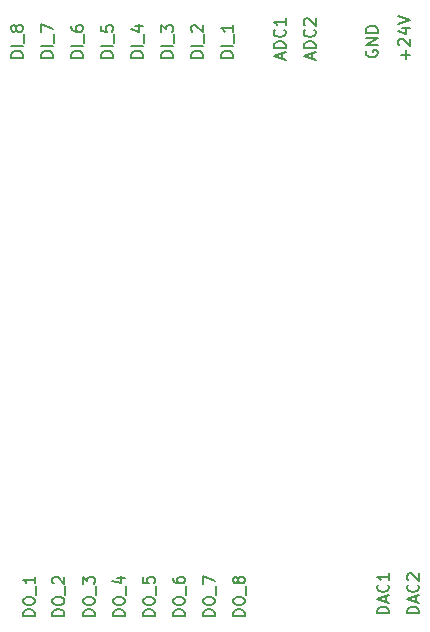
<source format=gbr>
%TF.GenerationSoftware,KiCad,Pcbnew,(6.0.6)*%
%TF.CreationDate,2022-10-17T00:56:45+02:00*%
%TF.ProjectId,Cobot,436f626f-742e-46b6-9963-61645f706362,rev?*%
%TF.SameCoordinates,Original*%
%TF.FileFunction,Other,ECO2*%
%FSLAX46Y46*%
G04 Gerber Fmt 4.6, Leading zero omitted, Abs format (unit mm)*
G04 Created by KiCad (PCBNEW (6.0.6)) date 2022-10-17 00:56:45*
%MOMM*%
%LPD*%
G01*
G04 APERTURE LIST*
%ADD10C,0.150000*%
G04 APERTURE END LIST*
D10*
X80502380Y-125357142D02*
X79502380Y-125357142D01*
X79502380Y-125119047D01*
X79550000Y-124976190D01*
X79645238Y-124880952D01*
X79740476Y-124833333D01*
X79930952Y-124785714D01*
X80073809Y-124785714D01*
X80264285Y-124833333D01*
X80359523Y-124880952D01*
X80454761Y-124976190D01*
X80502380Y-125119047D01*
X80502380Y-125357142D01*
X80502380Y-124357142D02*
X79502380Y-124357142D01*
X80597619Y-124119047D02*
X80597619Y-123357142D01*
X79502380Y-122690476D02*
X79502380Y-122880952D01*
X79550000Y-122976190D01*
X79597619Y-123023809D01*
X79740476Y-123119047D01*
X79930952Y-123166666D01*
X80311904Y-123166666D01*
X80407142Y-123119047D01*
X80454761Y-123071428D01*
X80502380Y-122976190D01*
X80502380Y-122785714D01*
X80454761Y-122690476D01*
X80407142Y-122642857D01*
X80311904Y-122595238D01*
X80073809Y-122595238D01*
X79978571Y-122642857D01*
X79930952Y-122690476D01*
X79883333Y-122785714D01*
X79883333Y-122976190D01*
X79930952Y-123071428D01*
X79978571Y-123119047D01*
X80073809Y-123166666D01*
X90662380Y-125357142D02*
X89662380Y-125357142D01*
X89662380Y-125119047D01*
X89710000Y-124976190D01*
X89805238Y-124880952D01*
X89900476Y-124833333D01*
X90090952Y-124785714D01*
X90233809Y-124785714D01*
X90424285Y-124833333D01*
X90519523Y-124880952D01*
X90614761Y-124976190D01*
X90662380Y-125119047D01*
X90662380Y-125357142D01*
X90662380Y-124357142D02*
X89662380Y-124357142D01*
X90757619Y-124119047D02*
X90757619Y-123357142D01*
X89757619Y-123166666D02*
X89710000Y-123119047D01*
X89662380Y-123023809D01*
X89662380Y-122785714D01*
X89710000Y-122690476D01*
X89757619Y-122642857D01*
X89852857Y-122595238D01*
X89948095Y-122595238D01*
X90090952Y-122642857D01*
X90662380Y-123214285D01*
X90662380Y-122595238D01*
X99916666Y-125464285D02*
X99916666Y-124988095D01*
X100202380Y-125559523D02*
X99202380Y-125226190D01*
X100202380Y-124892857D01*
X100202380Y-124559523D02*
X99202380Y-124559523D01*
X99202380Y-124321428D01*
X99250000Y-124178571D01*
X99345238Y-124083333D01*
X99440476Y-124035714D01*
X99630952Y-123988095D01*
X99773809Y-123988095D01*
X99964285Y-124035714D01*
X100059523Y-124083333D01*
X100154761Y-124178571D01*
X100202380Y-124321428D01*
X100202380Y-124559523D01*
X100107142Y-122988095D02*
X100154761Y-123035714D01*
X100202380Y-123178571D01*
X100202380Y-123273809D01*
X100154761Y-123416666D01*
X100059523Y-123511904D01*
X99964285Y-123559523D01*
X99773809Y-123607142D01*
X99630952Y-123607142D01*
X99440476Y-123559523D01*
X99345238Y-123511904D01*
X99250000Y-123416666D01*
X99202380Y-123273809D01*
X99202380Y-123178571D01*
X99250000Y-123035714D01*
X99297619Y-122988095D01*
X99297619Y-122607142D02*
X99250000Y-122559523D01*
X99202380Y-122464285D01*
X99202380Y-122226190D01*
X99250000Y-122130952D01*
X99297619Y-122083333D01*
X99392857Y-122035714D01*
X99488095Y-122035714D01*
X99630952Y-122083333D01*
X100202380Y-122654761D01*
X100202380Y-122035714D01*
X89122380Y-172642857D02*
X88122380Y-172642857D01*
X88122380Y-172404761D01*
X88170000Y-172261904D01*
X88265238Y-172166666D01*
X88360476Y-172119047D01*
X88550952Y-172071428D01*
X88693809Y-172071428D01*
X88884285Y-172119047D01*
X88979523Y-172166666D01*
X89074761Y-172261904D01*
X89122380Y-172404761D01*
X89122380Y-172642857D01*
X88122380Y-171452380D02*
X88122380Y-171261904D01*
X88170000Y-171166666D01*
X88265238Y-171071428D01*
X88455714Y-171023809D01*
X88789047Y-171023809D01*
X88979523Y-171071428D01*
X89074761Y-171166666D01*
X89122380Y-171261904D01*
X89122380Y-171452380D01*
X89074761Y-171547619D01*
X88979523Y-171642857D01*
X88789047Y-171690476D01*
X88455714Y-171690476D01*
X88265238Y-171642857D01*
X88170000Y-171547619D01*
X88122380Y-171452380D01*
X89217619Y-170833333D02*
X89217619Y-170071428D01*
X88122380Y-169404761D02*
X88122380Y-169595238D01*
X88170000Y-169690476D01*
X88217619Y-169738095D01*
X88360476Y-169833333D01*
X88550952Y-169880952D01*
X88931904Y-169880952D01*
X89027142Y-169833333D01*
X89074761Y-169785714D01*
X89122380Y-169690476D01*
X89122380Y-169500000D01*
X89074761Y-169404761D01*
X89027142Y-169357142D01*
X88931904Y-169309523D01*
X88693809Y-169309523D01*
X88598571Y-169357142D01*
X88550952Y-169404761D01*
X88503333Y-169500000D01*
X88503333Y-169690476D01*
X88550952Y-169785714D01*
X88598571Y-169833333D01*
X88693809Y-169880952D01*
X84042380Y-172642857D02*
X83042380Y-172642857D01*
X83042380Y-172404761D01*
X83090000Y-172261904D01*
X83185238Y-172166666D01*
X83280476Y-172119047D01*
X83470952Y-172071428D01*
X83613809Y-172071428D01*
X83804285Y-172119047D01*
X83899523Y-172166666D01*
X83994761Y-172261904D01*
X84042380Y-172404761D01*
X84042380Y-172642857D01*
X83042380Y-171452380D02*
X83042380Y-171261904D01*
X83090000Y-171166666D01*
X83185238Y-171071428D01*
X83375714Y-171023809D01*
X83709047Y-171023809D01*
X83899523Y-171071428D01*
X83994761Y-171166666D01*
X84042380Y-171261904D01*
X84042380Y-171452380D01*
X83994761Y-171547619D01*
X83899523Y-171642857D01*
X83709047Y-171690476D01*
X83375714Y-171690476D01*
X83185238Y-171642857D01*
X83090000Y-171547619D01*
X83042380Y-171452380D01*
X84137619Y-170833333D02*
X84137619Y-170071428D01*
X83375714Y-169404761D02*
X84042380Y-169404761D01*
X82994761Y-169642857D02*
X83709047Y-169880952D01*
X83709047Y-169261904D01*
X77962380Y-125357142D02*
X76962380Y-125357142D01*
X76962380Y-125119047D01*
X77010000Y-124976190D01*
X77105238Y-124880952D01*
X77200476Y-124833333D01*
X77390952Y-124785714D01*
X77533809Y-124785714D01*
X77724285Y-124833333D01*
X77819523Y-124880952D01*
X77914761Y-124976190D01*
X77962380Y-125119047D01*
X77962380Y-125357142D01*
X77962380Y-124357142D02*
X76962380Y-124357142D01*
X78057619Y-124119047D02*
X78057619Y-123357142D01*
X76962380Y-123214285D02*
X76962380Y-122547619D01*
X77962380Y-122976190D01*
X86582380Y-172642857D02*
X85582380Y-172642857D01*
X85582380Y-172404761D01*
X85630000Y-172261904D01*
X85725238Y-172166666D01*
X85820476Y-172119047D01*
X86010952Y-172071428D01*
X86153809Y-172071428D01*
X86344285Y-172119047D01*
X86439523Y-172166666D01*
X86534761Y-172261904D01*
X86582380Y-172404761D01*
X86582380Y-172642857D01*
X85582380Y-171452380D02*
X85582380Y-171261904D01*
X85630000Y-171166666D01*
X85725238Y-171071428D01*
X85915714Y-171023809D01*
X86249047Y-171023809D01*
X86439523Y-171071428D01*
X86534761Y-171166666D01*
X86582380Y-171261904D01*
X86582380Y-171452380D01*
X86534761Y-171547619D01*
X86439523Y-171642857D01*
X86249047Y-171690476D01*
X85915714Y-171690476D01*
X85725238Y-171642857D01*
X85630000Y-171547619D01*
X85582380Y-171452380D01*
X86677619Y-170833333D02*
X86677619Y-170071428D01*
X85582380Y-169357142D02*
X85582380Y-169833333D01*
X86058571Y-169880952D01*
X86010952Y-169833333D01*
X85963333Y-169738095D01*
X85963333Y-169500000D01*
X86010952Y-169404761D01*
X86058571Y-169357142D01*
X86153809Y-169309523D01*
X86391904Y-169309523D01*
X86487142Y-169357142D01*
X86534761Y-169404761D01*
X86582380Y-169500000D01*
X86582380Y-169738095D01*
X86534761Y-169833333D01*
X86487142Y-169880952D01*
X85582380Y-125357142D02*
X84582380Y-125357142D01*
X84582380Y-125119047D01*
X84630000Y-124976190D01*
X84725238Y-124880952D01*
X84820476Y-124833333D01*
X85010952Y-124785714D01*
X85153809Y-124785714D01*
X85344285Y-124833333D01*
X85439523Y-124880952D01*
X85534761Y-124976190D01*
X85582380Y-125119047D01*
X85582380Y-125357142D01*
X85582380Y-124357142D02*
X84582380Y-124357142D01*
X85677619Y-124119047D02*
X85677619Y-123357142D01*
X84915714Y-122690476D02*
X85582380Y-122690476D01*
X84534761Y-122928571D02*
X85249047Y-123166666D01*
X85249047Y-122547619D01*
X104500000Y-124761904D02*
X104452380Y-124857142D01*
X104452380Y-125000000D01*
X104500000Y-125142857D01*
X104595238Y-125238095D01*
X104690476Y-125285714D01*
X104880952Y-125333333D01*
X105023809Y-125333333D01*
X105214285Y-125285714D01*
X105309523Y-125238095D01*
X105404761Y-125142857D01*
X105452380Y-125000000D01*
X105452380Y-124904761D01*
X105404761Y-124761904D01*
X105357142Y-124714285D01*
X105023809Y-124714285D01*
X105023809Y-124904761D01*
X105452380Y-124285714D02*
X104452380Y-124285714D01*
X105452380Y-123714285D01*
X104452380Y-123714285D01*
X105452380Y-123238095D02*
X104452380Y-123238095D01*
X104452380Y-123000000D01*
X104500000Y-122857142D01*
X104595238Y-122761904D01*
X104690476Y-122714285D01*
X104880952Y-122666666D01*
X105023809Y-122666666D01*
X105214285Y-122714285D01*
X105309523Y-122761904D01*
X105404761Y-122857142D01*
X105452380Y-123000000D01*
X105452380Y-123238095D01*
X91672380Y-172642857D02*
X90672380Y-172642857D01*
X90672380Y-172404761D01*
X90720000Y-172261904D01*
X90815238Y-172166666D01*
X90910476Y-172119047D01*
X91100952Y-172071428D01*
X91243809Y-172071428D01*
X91434285Y-172119047D01*
X91529523Y-172166666D01*
X91624761Y-172261904D01*
X91672380Y-172404761D01*
X91672380Y-172642857D01*
X90672380Y-171452380D02*
X90672380Y-171261904D01*
X90720000Y-171166666D01*
X90815238Y-171071428D01*
X91005714Y-171023809D01*
X91339047Y-171023809D01*
X91529523Y-171071428D01*
X91624761Y-171166666D01*
X91672380Y-171261904D01*
X91672380Y-171452380D01*
X91624761Y-171547619D01*
X91529523Y-171642857D01*
X91339047Y-171690476D01*
X91005714Y-171690476D01*
X90815238Y-171642857D01*
X90720000Y-171547619D01*
X90672380Y-171452380D01*
X91767619Y-170833333D02*
X91767619Y-170071428D01*
X90672380Y-169928571D02*
X90672380Y-169261904D01*
X91672380Y-169690476D01*
X78922380Y-172642857D02*
X77922380Y-172642857D01*
X77922380Y-172404761D01*
X77970000Y-172261904D01*
X78065238Y-172166666D01*
X78160476Y-172119047D01*
X78350952Y-172071428D01*
X78493809Y-172071428D01*
X78684285Y-172119047D01*
X78779523Y-172166666D01*
X78874761Y-172261904D01*
X78922380Y-172404761D01*
X78922380Y-172642857D01*
X77922380Y-171452380D02*
X77922380Y-171261904D01*
X77970000Y-171166666D01*
X78065238Y-171071428D01*
X78255714Y-171023809D01*
X78589047Y-171023809D01*
X78779523Y-171071428D01*
X78874761Y-171166666D01*
X78922380Y-171261904D01*
X78922380Y-171452380D01*
X78874761Y-171547619D01*
X78779523Y-171642857D01*
X78589047Y-171690476D01*
X78255714Y-171690476D01*
X78065238Y-171642857D01*
X77970000Y-171547619D01*
X77922380Y-171452380D01*
X79017619Y-170833333D02*
X79017619Y-170071428D01*
X78017619Y-169880952D02*
X77970000Y-169833333D01*
X77922380Y-169738095D01*
X77922380Y-169500000D01*
X77970000Y-169404761D01*
X78017619Y-169357142D01*
X78112857Y-169309523D01*
X78208095Y-169309523D01*
X78350952Y-169357142D01*
X78922380Y-169928571D01*
X78922380Y-169309523D01*
X83042380Y-125357142D02*
X82042380Y-125357142D01*
X82042380Y-125119047D01*
X82090000Y-124976190D01*
X82185238Y-124880952D01*
X82280476Y-124833333D01*
X82470952Y-124785714D01*
X82613809Y-124785714D01*
X82804285Y-124833333D01*
X82899523Y-124880952D01*
X82994761Y-124976190D01*
X83042380Y-125119047D01*
X83042380Y-125357142D01*
X83042380Y-124357142D02*
X82042380Y-124357142D01*
X83137619Y-124119047D02*
X83137619Y-123357142D01*
X82042380Y-122642857D02*
X82042380Y-123119047D01*
X82518571Y-123166666D01*
X82470952Y-123119047D01*
X82423333Y-123023809D01*
X82423333Y-122785714D01*
X82470952Y-122690476D01*
X82518571Y-122642857D01*
X82613809Y-122595238D01*
X82851904Y-122595238D01*
X82947142Y-122642857D01*
X82994761Y-122690476D01*
X83042380Y-122785714D01*
X83042380Y-123023809D01*
X82994761Y-123119047D01*
X82947142Y-123166666D01*
X107821428Y-125511904D02*
X107821428Y-124750000D01*
X108202380Y-125130952D02*
X107440476Y-125130952D01*
X107297619Y-124321428D02*
X107250000Y-124273809D01*
X107202380Y-124178571D01*
X107202380Y-123940476D01*
X107250000Y-123845238D01*
X107297619Y-123797619D01*
X107392857Y-123750000D01*
X107488095Y-123750000D01*
X107630952Y-123797619D01*
X108202380Y-124369047D01*
X108202380Y-123750000D01*
X107535714Y-122892857D02*
X108202380Y-122892857D01*
X107154761Y-123130952D02*
X107869047Y-123369047D01*
X107869047Y-122750000D01*
X107202380Y-122511904D02*
X108202380Y-122178571D01*
X107202380Y-121845238D01*
X81502380Y-172642857D02*
X80502380Y-172642857D01*
X80502380Y-172404761D01*
X80550000Y-172261904D01*
X80645238Y-172166666D01*
X80740476Y-172119047D01*
X80930952Y-172071428D01*
X81073809Y-172071428D01*
X81264285Y-172119047D01*
X81359523Y-172166666D01*
X81454761Y-172261904D01*
X81502380Y-172404761D01*
X81502380Y-172642857D01*
X80502380Y-171452380D02*
X80502380Y-171261904D01*
X80550000Y-171166666D01*
X80645238Y-171071428D01*
X80835714Y-171023809D01*
X81169047Y-171023809D01*
X81359523Y-171071428D01*
X81454761Y-171166666D01*
X81502380Y-171261904D01*
X81502380Y-171452380D01*
X81454761Y-171547619D01*
X81359523Y-171642857D01*
X81169047Y-171690476D01*
X80835714Y-171690476D01*
X80645238Y-171642857D01*
X80550000Y-171547619D01*
X80502380Y-171452380D01*
X81597619Y-170833333D02*
X81597619Y-170071428D01*
X80502380Y-169928571D02*
X80502380Y-169309523D01*
X80883333Y-169642857D01*
X80883333Y-169500000D01*
X80930952Y-169404761D01*
X80978571Y-169357142D01*
X81073809Y-169309523D01*
X81311904Y-169309523D01*
X81407142Y-169357142D01*
X81454761Y-169404761D01*
X81502380Y-169500000D01*
X81502380Y-169785714D01*
X81454761Y-169880952D01*
X81407142Y-169928571D01*
X108952380Y-172416666D02*
X107952380Y-172416666D01*
X107952380Y-172178571D01*
X108000000Y-172035714D01*
X108095238Y-171940476D01*
X108190476Y-171892857D01*
X108380952Y-171845238D01*
X108523809Y-171845238D01*
X108714285Y-171892857D01*
X108809523Y-171940476D01*
X108904761Y-172035714D01*
X108952380Y-172178571D01*
X108952380Y-172416666D01*
X108666666Y-171464285D02*
X108666666Y-170988095D01*
X108952380Y-171559523D02*
X107952380Y-171226190D01*
X108952380Y-170892857D01*
X108857142Y-169988095D02*
X108904761Y-170035714D01*
X108952380Y-170178571D01*
X108952380Y-170273809D01*
X108904761Y-170416666D01*
X108809523Y-170511904D01*
X108714285Y-170559523D01*
X108523809Y-170607142D01*
X108380952Y-170607142D01*
X108190476Y-170559523D01*
X108095238Y-170511904D01*
X108000000Y-170416666D01*
X107952380Y-170273809D01*
X107952380Y-170178571D01*
X108000000Y-170035714D01*
X108047619Y-169988095D01*
X108047619Y-169607142D02*
X108000000Y-169559523D01*
X107952380Y-169464285D01*
X107952380Y-169226190D01*
X108000000Y-169130952D01*
X108047619Y-169083333D01*
X108142857Y-169035714D01*
X108238095Y-169035714D01*
X108380952Y-169083333D01*
X108952380Y-169654761D01*
X108952380Y-169035714D01*
X88122380Y-125357142D02*
X87122380Y-125357142D01*
X87122380Y-125119047D01*
X87170000Y-124976190D01*
X87265238Y-124880952D01*
X87360476Y-124833333D01*
X87550952Y-124785714D01*
X87693809Y-124785714D01*
X87884285Y-124833333D01*
X87979523Y-124880952D01*
X88074761Y-124976190D01*
X88122380Y-125119047D01*
X88122380Y-125357142D01*
X88122380Y-124357142D02*
X87122380Y-124357142D01*
X88217619Y-124119047D02*
X88217619Y-123357142D01*
X87122380Y-123214285D02*
X87122380Y-122595238D01*
X87503333Y-122928571D01*
X87503333Y-122785714D01*
X87550952Y-122690476D01*
X87598571Y-122642857D01*
X87693809Y-122595238D01*
X87931904Y-122595238D01*
X88027142Y-122642857D01*
X88074761Y-122690476D01*
X88122380Y-122785714D01*
X88122380Y-123071428D01*
X88074761Y-123166666D01*
X88027142Y-123214285D01*
X97376666Y-125464285D02*
X97376666Y-124988095D01*
X97662380Y-125559523D02*
X96662380Y-125226190D01*
X97662380Y-124892857D01*
X97662380Y-124559523D02*
X96662380Y-124559523D01*
X96662380Y-124321428D01*
X96710000Y-124178571D01*
X96805238Y-124083333D01*
X96900476Y-124035714D01*
X97090952Y-123988095D01*
X97233809Y-123988095D01*
X97424285Y-124035714D01*
X97519523Y-124083333D01*
X97614761Y-124178571D01*
X97662380Y-124321428D01*
X97662380Y-124559523D01*
X97567142Y-122988095D02*
X97614761Y-123035714D01*
X97662380Y-123178571D01*
X97662380Y-123273809D01*
X97614761Y-123416666D01*
X97519523Y-123511904D01*
X97424285Y-123559523D01*
X97233809Y-123607142D01*
X97090952Y-123607142D01*
X96900476Y-123559523D01*
X96805238Y-123511904D01*
X96710000Y-123416666D01*
X96662380Y-123273809D01*
X96662380Y-123178571D01*
X96710000Y-123035714D01*
X96757619Y-122988095D01*
X97662380Y-122035714D02*
X97662380Y-122607142D01*
X97662380Y-122321428D02*
X96662380Y-122321428D01*
X96805238Y-122416666D01*
X96900476Y-122511904D01*
X96948095Y-122607142D01*
X94202380Y-172642857D02*
X93202380Y-172642857D01*
X93202380Y-172404761D01*
X93250000Y-172261904D01*
X93345238Y-172166666D01*
X93440476Y-172119047D01*
X93630952Y-172071428D01*
X93773809Y-172071428D01*
X93964285Y-172119047D01*
X94059523Y-172166666D01*
X94154761Y-172261904D01*
X94202380Y-172404761D01*
X94202380Y-172642857D01*
X93202380Y-171452380D02*
X93202380Y-171261904D01*
X93250000Y-171166666D01*
X93345238Y-171071428D01*
X93535714Y-171023809D01*
X93869047Y-171023809D01*
X94059523Y-171071428D01*
X94154761Y-171166666D01*
X94202380Y-171261904D01*
X94202380Y-171452380D01*
X94154761Y-171547619D01*
X94059523Y-171642857D01*
X93869047Y-171690476D01*
X93535714Y-171690476D01*
X93345238Y-171642857D01*
X93250000Y-171547619D01*
X93202380Y-171452380D01*
X94297619Y-170833333D02*
X94297619Y-170071428D01*
X93630952Y-169690476D02*
X93583333Y-169785714D01*
X93535714Y-169833333D01*
X93440476Y-169880952D01*
X93392857Y-169880952D01*
X93297619Y-169833333D01*
X93250000Y-169785714D01*
X93202380Y-169690476D01*
X93202380Y-169500000D01*
X93250000Y-169404761D01*
X93297619Y-169357142D01*
X93392857Y-169309523D01*
X93440476Y-169309523D01*
X93535714Y-169357142D01*
X93583333Y-169404761D01*
X93630952Y-169500000D01*
X93630952Y-169690476D01*
X93678571Y-169785714D01*
X93726190Y-169833333D01*
X93821428Y-169880952D01*
X94011904Y-169880952D01*
X94107142Y-169833333D01*
X94154761Y-169785714D01*
X94202380Y-169690476D01*
X94202380Y-169500000D01*
X94154761Y-169404761D01*
X94107142Y-169357142D01*
X94011904Y-169309523D01*
X93821428Y-169309523D01*
X93726190Y-169357142D01*
X93678571Y-169404761D01*
X93630952Y-169500000D01*
X106412380Y-172416666D02*
X105412380Y-172416666D01*
X105412380Y-172178571D01*
X105460000Y-172035714D01*
X105555238Y-171940476D01*
X105650476Y-171892857D01*
X105840952Y-171845238D01*
X105983809Y-171845238D01*
X106174285Y-171892857D01*
X106269523Y-171940476D01*
X106364761Y-172035714D01*
X106412380Y-172178571D01*
X106412380Y-172416666D01*
X106126666Y-171464285D02*
X106126666Y-170988095D01*
X106412380Y-171559523D02*
X105412380Y-171226190D01*
X106412380Y-170892857D01*
X106317142Y-169988095D02*
X106364761Y-170035714D01*
X106412380Y-170178571D01*
X106412380Y-170273809D01*
X106364761Y-170416666D01*
X106269523Y-170511904D01*
X106174285Y-170559523D01*
X105983809Y-170607142D01*
X105840952Y-170607142D01*
X105650476Y-170559523D01*
X105555238Y-170511904D01*
X105460000Y-170416666D01*
X105412380Y-170273809D01*
X105412380Y-170178571D01*
X105460000Y-170035714D01*
X105507619Y-169988095D01*
X106412380Y-169035714D02*
X106412380Y-169607142D01*
X106412380Y-169321428D02*
X105412380Y-169321428D01*
X105555238Y-169416666D01*
X105650476Y-169511904D01*
X105698095Y-169607142D01*
X93202380Y-125357142D02*
X92202380Y-125357142D01*
X92202380Y-125119047D01*
X92250000Y-124976190D01*
X92345238Y-124880952D01*
X92440476Y-124833333D01*
X92630952Y-124785714D01*
X92773809Y-124785714D01*
X92964285Y-124833333D01*
X93059523Y-124880952D01*
X93154761Y-124976190D01*
X93202380Y-125119047D01*
X93202380Y-125357142D01*
X93202380Y-124357142D02*
X92202380Y-124357142D01*
X93297619Y-124119047D02*
X93297619Y-123357142D01*
X93202380Y-122595238D02*
X93202380Y-123166666D01*
X93202380Y-122880952D02*
X92202380Y-122880952D01*
X92345238Y-122976190D01*
X92440476Y-123071428D01*
X92488095Y-123166666D01*
X76422380Y-172642857D02*
X75422380Y-172642857D01*
X75422380Y-172404761D01*
X75470000Y-172261904D01*
X75565238Y-172166666D01*
X75660476Y-172119047D01*
X75850952Y-172071428D01*
X75993809Y-172071428D01*
X76184285Y-172119047D01*
X76279523Y-172166666D01*
X76374761Y-172261904D01*
X76422380Y-172404761D01*
X76422380Y-172642857D01*
X75422380Y-171452380D02*
X75422380Y-171261904D01*
X75470000Y-171166666D01*
X75565238Y-171071428D01*
X75755714Y-171023809D01*
X76089047Y-171023809D01*
X76279523Y-171071428D01*
X76374761Y-171166666D01*
X76422380Y-171261904D01*
X76422380Y-171452380D01*
X76374761Y-171547619D01*
X76279523Y-171642857D01*
X76089047Y-171690476D01*
X75755714Y-171690476D01*
X75565238Y-171642857D01*
X75470000Y-171547619D01*
X75422380Y-171452380D01*
X76517619Y-170833333D02*
X76517619Y-170071428D01*
X76422380Y-169309523D02*
X76422380Y-169880952D01*
X76422380Y-169595238D02*
X75422380Y-169595238D01*
X75565238Y-169690476D01*
X75660476Y-169785714D01*
X75708095Y-169880952D01*
X75422380Y-125357142D02*
X74422380Y-125357142D01*
X74422380Y-125119047D01*
X74470000Y-124976190D01*
X74565238Y-124880952D01*
X74660476Y-124833333D01*
X74850952Y-124785714D01*
X74993809Y-124785714D01*
X75184285Y-124833333D01*
X75279523Y-124880952D01*
X75374761Y-124976190D01*
X75422380Y-125119047D01*
X75422380Y-125357142D01*
X75422380Y-124357142D02*
X74422380Y-124357142D01*
X75517619Y-124119047D02*
X75517619Y-123357142D01*
X74850952Y-122976190D02*
X74803333Y-123071428D01*
X74755714Y-123119047D01*
X74660476Y-123166666D01*
X74612857Y-123166666D01*
X74517619Y-123119047D01*
X74470000Y-123071428D01*
X74422380Y-122976190D01*
X74422380Y-122785714D01*
X74470000Y-122690476D01*
X74517619Y-122642857D01*
X74612857Y-122595238D01*
X74660476Y-122595238D01*
X74755714Y-122642857D01*
X74803333Y-122690476D01*
X74850952Y-122785714D01*
X74850952Y-122976190D01*
X74898571Y-123071428D01*
X74946190Y-123119047D01*
X75041428Y-123166666D01*
X75231904Y-123166666D01*
X75327142Y-123119047D01*
X75374761Y-123071428D01*
X75422380Y-122976190D01*
X75422380Y-122785714D01*
X75374761Y-122690476D01*
X75327142Y-122642857D01*
X75231904Y-122595238D01*
X75041428Y-122595238D01*
X74946190Y-122642857D01*
X74898571Y-122690476D01*
X74850952Y-122785714D01*
M02*

</source>
